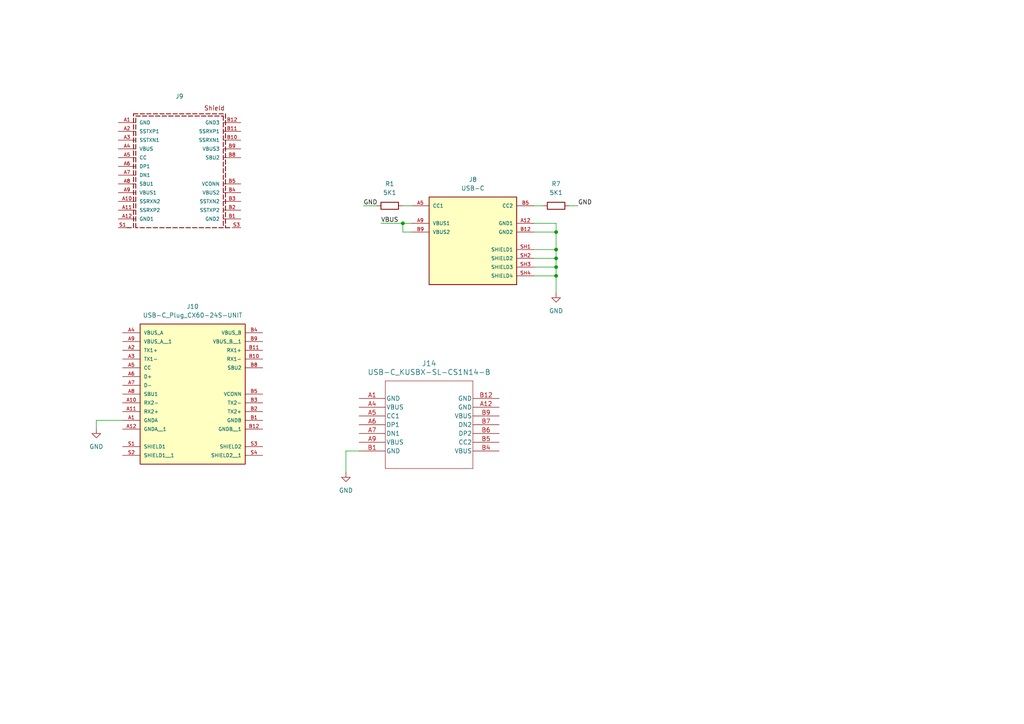
<source format=kicad_sch>
(kicad_sch (version 20231120) (generator "eeschema") (generator_version "8.0")
  (paper "A4")
  (title_block (title "ESP32 Sensor Node") (date "2024-07-03") (rev "v2.0"))
  (lib_symbols
    (symbol "Alexander Symbol Library:USB-C_KUSBX-SL-CS1N14-B" (pin_names (offset 0.254))
      (property "Reference" "J" (at 20.32 10.16 0))
      (property "Value" "USB-C_KUSBX-SL-CS1N14-B" (at 20.32 7.62 0))
      (symbol "USB-C_KUSBX-SL-CS1N14-B_0_1"
        (polyline (pts (xy 7.62 -20.32) (xy 33.02 -20.32)) (stroke (width 0.127)))
        (polyline (pts (xy 7.62 5.08) (xy 7.62 -20.32)) (stroke (width 0.127)))
        (polyline (pts (xy 33.02 -20.32) (xy 33.02 5.08)) (stroke (width 0.127)))
        (polyline (pts (xy 33.02 5.08) (xy 7.62 5.08)) (stroke (width 0.127)))
        (pin power_out line (at 0 0 0) (length 7.62) (name "GND") (number "A1"))
        (pin power_out line (at 40.64 -2.54 180) (length 7.62) (name "GND") (number "A12"))
        (pin power_in line (at 0 -2.54 0) (length 7.62) (name "VBUS") (number "A4"))
        (pin bidirectional line (at 0 -5.08 0) (length 7.62) (name "CC1") (number "A5"))
        (pin bidirectional line (at 0 -7.62 0) (length 7.62) (name "DP1") (number "A6"))
        (pin bidirectional line (at 0 -10.16 0) (length 7.62) (name "DN1") (number "A7"))
        (pin power_in line (at 0 -12.7 0) (length 7.62) (name "VBUS") (number "A9"))
        (pin power_out line (at 0 -15.24 0) (length 7.62) (name "GND") (number "B1"))
        (pin power_out line (at 40.64 0 180) (length 7.62) (name "GND") (number "B12"))
        (pin power_in line (at 40.64 -15.24 180) (length 7.62) (name "VBUS") (number "B4"))
        (pin bidirectional line (at 40.64 -12.7 180) (length 7.62) (name "CC2") (number "B5"))
        (pin bidirectional line (at 40.64 -10.16 180) (length 7.62) (name "DP2") (number "B6"))
        (pin bidirectional line (at 40.64 -7.62 180) (length 7.62) (name "DN2") (number "B7"))
        (pin power_in line (at 40.64 -5.08 180) (length 7.62) (name "VBUS") (number "B9"))
      )
    )
    (symbol "Alexander Symbol Library:USB-C_Plug_632712000011" (pin_names (offset 1.016))
      (property "Reference" "J" (at 0 16.51 0))
      (symbol "USB-C_Plug_632712000011_0_0"
        (polyline (pts (xy -15.24 -17.78) (xy -13.97 -17.78)) (stroke (width 0.254)))
        (polyline (pts (xy -13.335 -17.78) (xy -13.335 -17.78)) (stroke (width 0.254)))
        (polyline (pts (xy -13.335 -17.78) (xy -13.335 -16.4726)) (stroke (width 0.254)))
        (polyline (pts (xy -13.335 -15.875) (xy -13.335 -14.5676)) (stroke (width 0.254)))
        (polyline (pts (xy -13.335 -13.97) (xy -13.335 -12.6626)) (stroke (width 0.254)))
        (polyline (pts (xy -13.335 -12.065) (xy -13.335 -10.7576)) (stroke (width 0.254)))
        (polyline (pts (xy -13.335 -10.16) (xy -13.335 -8.8527)) (stroke (width 0.254)))
        (polyline (pts (xy -13.335 -8.255) (xy -13.335 -6.9477)) (stroke (width 0.254)))
        (polyline (pts (xy -13.335 -6.35) (xy -13.335 -5.0427)) (stroke (width 0.254)))
        (polyline (pts (xy -13.335 -4.445) (xy -13.335 -3.1377)) (stroke (width 0.254)))
        (polyline (pts (xy -13.335 -2.54) (xy -13.335 -1.2327)) (stroke (width 0.254)))
        (polyline (pts (xy -13.335 -0.635) (xy -13.335 0.6724)) (stroke (width 0.254)))
        (polyline (pts (xy -13.335 1.27) (xy -13.335 2.5774)) (stroke (width 0.254)))
        (polyline (pts (xy -13.335 3.175) (xy -13.335 4.4824)) (stroke (width 0.254)))
        (polyline (pts (xy -13.335 5.08) (xy -13.335 6.3874)) (stroke (width 0.254)))
        (polyline (pts (xy -13.335 6.985) (xy -13.335 8.2924)) (stroke (width 0.254)))
        (polyline (pts (xy -13.335 8.89) (xy -13.335 10.1974)) (stroke (width 0.254)))
        (polyline (pts (xy -13.335 10.795) (xy -13.335 12.1024)) (stroke (width 0.254)))
        (polyline (pts (xy -13.335 12.7) (xy -13.335 14.0074)) (stroke (width 0.254)))
        (polyline (pts (xy -13.335 14.605) (xy -13.335 15.24)) (stroke (width 0.254)))
        (polyline (pts (xy -13.335 15.24) (xy -12.065 15.24)) (stroke (width 0.254)))
        (polyline (pts (xy -12.7 -17.78) (xy -12.7 -16.51)) (stroke (width 0.254)))
        (polyline (pts (xy -12.7 -15.875) (xy -12.7 -14.605)) (stroke (width 0.254)))
        (polyline (pts (xy -12.7 -13.97) (xy -12.7 -12.7)) (stroke (width 0.254)))
        (polyline (pts (xy -12.7 -12.065) (xy -12.7 -10.795)) (stroke (width 0.254)))
        (polyline (pts (xy -12.7 -10.16) (xy -12.7 -8.89)) (stroke (width 0.254)))
        (polyline (pts (xy -12.7 -8.255) (xy -12.7 -6.985)) (stroke (width 0.254)))
        (polyline (pts (xy -12.7 -6.35) (xy -12.7 -5.08)) (stroke (width 0.254)))
        (polyline (pts (xy -12.7 -4.445) (xy -12.7 -3.175)) (stroke (width 0.254)))
        (polyline (pts (xy -12.7 -2.54) (xy -12.7 -1.27)) (stroke (width 0.254)))
        (polyline (pts (xy -12.7 -0.635) (xy -12.7 0.635)) (stroke (width 0.254)))
        (polyline (pts (xy -12.7 1.27) (xy -12.7 2.54)) (stroke (width 0.254)))
        (polyline (pts (xy -12.7 3.175) (xy -12.7 4.445)) (stroke (width 0.254)))
        (polyline (pts (xy -12.7 5.08) (xy -12.7 6.35)) (stroke (width 0.254)))
        (polyline (pts (xy -12.7 6.985) (xy -12.7 8.255)) (stroke (width 0.254)))
        (polyline (pts (xy -12.7 8.89) (xy -12.7 10.16)) (stroke (width 0.254)))
        (polyline (pts (xy -12.7 10.795) (xy -12.7 12.065)) (stroke (width 0.254)))
        (polyline (pts (xy -12.7 12.7) (xy -12.7 13.97)) (stroke (width 0.254)))
        (polyline (pts (xy -12.7 14.605) (xy -12.7 14.605)) (stroke (width 0.254)))
        (polyline (pts (xy -12.7 14.605) (xy -11.3812 14.605)) (stroke (width 0.254)))
        (polyline (pts (xy -12.065 -17.78) (xy -12.7 -17.78)) (stroke (width 0.254)))
        (polyline (pts (xy -11.43 15.24) (xy -10.16 15.24)) (stroke (width 0.254)))
        (polyline (pts (xy -10.795 14.605) (xy -9.4762 14.605)) (stroke (width 0.254)))
        (polyline (pts (xy -10.16 -17.78) (xy -11.4788 -17.78)) (stroke (width 0.254)))
        (polyline (pts (xy -9.525 15.24) (xy -8.255 15.24)) (stroke (width 0.254)))
        (polyline (pts (xy -8.89 14.605) (xy -7.5712 14.605)) (stroke (width 0.254)))
        (polyline (pts (xy -8.255 -17.78) (xy -9.5739 -17.78)) (stroke (width 0.254)))
        (polyline (pts (xy -7.62 15.24) (xy -6.35 15.24)) (stroke (width 0.254)))
        (polyline (pts (xy -6.985 14.605) (xy -5.6662 14.605)) (stroke (width 0.254)))
        (polyline (pts (xy -6.35 -17.78) (xy -7.6689 -17.78)) (stroke (width 0.254)))
        (polyline (pts (xy -5.715 15.24) (xy -4.445 15.24)) (stroke (width 0.254)))
        (polyline (pts (xy -5.08 14.605) (xy -3.7612 14.605)) (stroke (width 0.254)))
        (polyline (pts (xy -4.445 -17.78) (xy -5.7639 -17.78)) (stroke (width 0.254)))
        (polyline (pts (xy -3.81 15.24) (xy -2.54 15.24)) (stroke (width 0.254)))
        (polyline (pts (xy -3.175 14.605) (xy -1.8562 14.605)) (stroke (width 0.254)))
        (polyline (pts (xy -2.54 -17.78) (xy -3.8589 -17.78)) (stroke (width 0.254)))
        (polyline (pts (xy -1.905 15.24) (xy -0.635 15.24)) (stroke (width 0.254)))
        (polyline (pts (xy -1.27 14.605) (xy 0.0488 14.605)) (stroke (width 0.254)))
        (polyline (pts (xy -0.635 -17.78) (xy -1.9539 -17.78)) (stroke (width 0.254)))
        (polyline (pts (xy 0 15.24) (xy 1.27 15.24)) (stroke (width 0.254)))
        (polyline (pts (xy 0.635 14.605) (xy 1.9539 14.605)) (stroke (width 0.254)))
        (polyline (pts (xy 1.27 -17.78) (xy -0.0488 -17.78)) (stroke (width 0.254)))
        (polyline (pts (xy 1.905 15.24) (xy 3.175 15.24)) (stroke (width 0.254)))
        (polyline (pts (xy 2.54 14.605) (xy 3.8589 14.605)) (stroke (width 0.254)))
        (polyline (pts (xy 3.175 -17.78) (xy 1.8562 -17.78)) (stroke (width 0.254)))
        (polyline (pts (xy 3.81 15.24) (xy 5.08 15.24)) (stroke (width 0.254)))
        (polyline (pts (xy 4.445 14.605) (xy 5.7639 14.605)) (stroke (width 0.254)))
        (polyline (pts (xy 5.08 -17.78) (xy 3.7612 -17.78)) (stroke (width 0.254)))
        (polyline (pts (xy 5.715 15.24) (xy 6.985 15.24)) (stroke (width 0.254)))
        (polyline (pts (xy 6.35 14.605) (xy 7.6689 14.605)) (stroke (width 0.254)))
        (polyline (pts (xy 6.985 -17.78) (xy 5.6662 -17.78)) (stroke (width 0.254)))
        (polyline (pts (xy 7.62 15.24) (xy 8.89 15.24)) (stroke (width 0.254)))
        (polyline (pts (xy 8.255 14.605) (xy 9.5739 14.605)) (stroke (width 0.254)))
        (polyline (pts (xy 8.89 -17.78) (xy 7.5712 -17.78)) (stroke (width 0.254)))
        (polyline (pts (xy 9.525 15.24) (xy 10.795 15.24)) (stroke (width 0.254)))
        (polyline (pts (xy 10.16 14.605) (xy 11.4788 14.605)) (stroke (width 0.254)))
        (polyline (pts (xy 10.795 -17.78) (xy 9.4762 -17.78)) (stroke (width 0.254)))
        (polyline (pts (xy 11.43 15.24) (xy 12.7 15.24)) (stroke (width 0.254)))
        (polyline (pts (xy 12.065 14.605) (xy 12.7 14.605)) (stroke (width 0.254)))
        (polyline (pts (xy 12.7 -17.78) (xy 11.3812 -17.78)) (stroke (width 0.254)))
        (polyline (pts (xy 12.7 -17.78) (xy 12.7 -17.78)) (stroke (width 0.254)))
        (polyline (pts (xy 12.7 -15.875) (xy 12.7 -17.145)) (stroke (width 0.254)))
        (polyline (pts (xy 12.7 -13.97) (xy 12.7 -15.24)) (stroke (width 0.254)))
        (polyline (pts (xy 12.7 -12.065) (xy 12.7 -13.335)) (stroke (width 0.254)))
        (polyline (pts (xy 12.7 -10.16) (xy 12.7 -11.43)) (stroke (width 0.254)))
        (polyline (pts (xy 12.7 -8.255) (xy 12.7 -9.525)) (stroke (width 0.254)))
        (polyline (pts (xy 12.7 -6.35) (xy 12.7 -7.62)) (stroke (width 0.254)))
        (polyline (pts (xy 12.7 -4.445) (xy 12.7 -5.715)) (stroke (width 0.254)))
        (polyline (pts (xy 12.7 -2.54) (xy 12.7 -3.81)) (stroke (width 0.254)))
        (polyline (pts (xy 12.7 -0.635) (xy 12.7 -1.905)) (stroke (width 0.254)))
        (polyline (pts (xy 12.7 1.27) (xy 12.7 0)) (stroke (width 0.254)))
        (polyline (pts (xy 12.7 3.175) (xy 12.7 1.905)) (stroke (width 0.254)))
        (polyline (pts (xy 12.7 5.08) (xy 12.7 3.81)) (stroke (width 0.254)))
        (polyline (pts (xy 12.7 6.985) (xy 12.7 5.715)) (stroke (width 0.254)))
        (polyline (pts (xy 12.7 8.89) (xy 12.7 7.62)) (stroke (width 0.254)))
        (polyline (pts (xy 12.7 10.795) (xy 12.7 9.525)) (stroke (width 0.254)))
        (polyline (pts (xy 12.7 12.7) (xy 12.7 11.43)) (stroke (width 0.254)))
        (polyline (pts (xy 12.7 14.605) (xy 12.7 13.335)) (stroke (width 0.254)))
        (polyline (pts (xy 13.335 -17.78) (xy 14.605 -17.78)) (stroke (width 0.254)))
        (polyline (pts (xy 13.335 -17.145) (xy 13.335 -17.78)) (stroke (width 0.254)))
        (polyline (pts (xy 13.335 -15.24) (xy 13.335 -16.5474)) (stroke (width 0.254)))
        (polyline (pts (xy 13.335 -13.335) (xy 13.335 -14.6424)) (stroke (width 0.254)))
        (polyline (pts (xy 13.335 -11.43) (xy 13.335 -12.7374)) (stroke (width 0.254)))
        (polyline (pts (xy 13.335 -9.525) (xy 13.335 -10.8324)) (stroke (width 0.254)))
        (polyline (pts (xy 13.335 -7.62) (xy 13.335 -8.9274)) (stroke (width 0.254)))
        (polyline (pts (xy 13.335 -5.715) (xy 13.335 -7.0224)) (stroke (width 0.254)))
        (polyline (pts (xy 13.335 -3.81) (xy 13.335 -5.1174)) (stroke (width 0.254)))
        (polyline (pts (xy 13.335 -1.905) (xy 13.335 -3.2123)) (stroke (width 0.254)))
        (polyline (pts (xy 13.335 0) (xy 13.335 -1.3074)) (stroke (width 0.254)))
        (polyline (pts (xy 13.335 1.905) (xy 13.335 0.5976)) (stroke (width 0.254)))
        (polyline (pts (xy 13.335 3.81) (xy 13.335 2.5027)) (stroke (width 0.254)))
        (polyline (pts (xy 13.335 5.715) (xy 13.335 4.4077)) (stroke (width 0.254)))
        (polyline (pts (xy 13.335 7.62) (xy 13.335 6.3127)) (stroke (width 0.254)))
        (polyline (pts (xy 13.335 9.525) (xy 13.335 8.2177)) (stroke (width 0.254)))
        (polyline (pts (xy 13.335 11.43) (xy 13.335 10.1226)) (stroke (width 0.254)))
        (polyline (pts (xy 13.335 13.335) (xy 13.335 12.0276)) (stroke (width 0.254)))
        (polyline (pts (xy 13.335 15.24) (xy 13.335 13.9326)) (stroke (width 0.254)))
        (polyline (pts (xy 13.335 15.24) (xy 13.335 15.24)) (stroke (width 0.254)))
        (polyline (pts (xy 15.24 -17.78) (xy 15.24 -17.78)) (stroke (width 0.254)))
        (text "Shield" (at 7.1 16.16 0) (effects (font (size 1.27 1.27)) (justify left bottom)))
        (pin passive line (at -17.78 12.7 0) (length 5.08) (name "GND") (number "A1"))
        (pin passive line (at -17.78 -10.16 0) (length 5.08) (name "SSRXN2") (number "A10"))
        (pin passive line (at -17.78 -12.7 0) (length 5.08) (name "SSRXP2") (number "A11"))
        (pin passive line (at -17.78 -15.24 0) (length 5.08) (name "GND1") (number "A12"))
        (pin passive line (at -17.78 10.16 0) (length 5.08) (name "SSTXP1") (number "A2"))
        (pin passive line (at -17.78 7.62 0) (length 5.08) (name "SSTXN1") (number "A3"))
        (pin passive line (at -17.78 5.08 0) (length 5.08) (name "VBUS") (number "A4"))
        (pin passive line (at -17.78 2.54 0) (length 5.08) (name "CC") (number "A5"))
        (pin passive line (at -17.78 0 0) (length 5.08) (name "DP1") (number "A6"))
        (pin passive line (at -17.78 -2.54 0) (length 5.08) (name "DN1") (number "A7"))
        (pin passive line (at -17.78 -5.08 0) (length 5.08) (name "SBU1") (number "A8"))
        (pin passive line (at -17.78 -7.62 0) (length 5.08) (name "VBUS1") (number "A9"))
        (pin passive line (at 17.78 -15.24 180) (length 5.08) (name "GND2") (number "B1"))
        (pin passive line (at 17.78 7.62 180) (length 5.08) (name "SSRXN1") (number "B10"))
        (pin passive line (at 17.78 10.16 180) (length 5.08) (name "SSRXP1") (number "B11"))
        (pin passive line (at 17.78 12.7 180) (length 5.08) (name "GND3") (number "B12"))
        (pin passive line (at 17.78 -12.7 180) (length 5.08) (name "SSTXP2") (number "B2"))
        (pin passive line (at 17.78 -10.16 180) (length 5.08) (name "SSTXN2") (number "B3"))
        (pin passive line (at 17.78 -7.62 180) (length 5.08) (name "VBUS2") (number "B4"))
        (pin passive line (at 17.78 -5.08 180) (length 5.08) (name "VCONN") (number "B5"))
        (pin passive line (at 17.78 2.54 180) (length 5.08) (name "SBU2") (number "B8"))
        (pin passive line (at 17.78 5.08 180) (length 5.08) (name "VBUS3") (number "B9"))
        (pin passive line (at -17.78 -17.78 0) (length 2.54) (name "~") (number "S1"))
        (pin passive line (at 17.78 -17.78 180) (length 2.54) (name "~") (number "S3"))
      )
    )
    (symbol "Alexander Symbol Library:USB-C_Plug_CX60-24S-UNIT" (pin_names (offset 1.016))
      (property "Reference" "J" (at -15.24 16.51 0))
      (property "Value" "USB-C_Plug_CX60-24S-UNIT" (at -15.24 -26.67 0))
      (symbol "USB-C_Plug_CX60-24S-UNIT_0_0"
        (rectangle (start -15.24 -25.4) (end 15.24 15.24) (stroke (width 0.254)) (fill (type background)))
        (pin power_in line (at -20.32 -12.7 0) (length 5.08) (name "GNDA") (number "A1"))
        (pin bidirectional line (at -20.32 -7.62 0) (length 5.08) (name "RX2-") (number "A10"))
        (pin bidirectional line (at -20.32 -10.16 0) (length 5.08) (name "RX2+") (number "A11"))
        (pin power_in line (at -20.32 -15.24 0) (length 5.08) (name "GNDA__1") (number "A12"))
        (pin bidirectional line (at -20.32 7.62 0) (length 5.08) (name "TX1+") (number "A2"))
        (pin bidirectional line (at -20.32 5.08 0) (length 5.08) (name "TX1-") (number "A3"))
        (pin power_in line (at -20.32 12.7 0) (length 5.08) (name "VBUS_A") (number "A4"))
        (pin bidirectional line (at -20.32 2.54 0) (length 5.08) (name "CC") (number "A5"))
        (pin bidirectional line (at -20.32 0 0) (length 5.08) (name "D+") (number "A6"))
        (pin bidirectional line (at -20.32 -2.54 0) (length 5.08) (name "D-") (number "A7"))
        (pin bidirectional line (at -20.32 -5.08 0) (length 5.08) (name "SBU1") (number "A8"))
        (pin power_in line (at -20.32 10.16 0) (length 5.08) (name "VBUS_A__1") (number "A9"))
        (pin power_in line (at 20.32 -12.7 180) (length 5.08) (name "GNDB") (number "B1"))
        (pin bidirectional line (at 20.32 5.08 180) (length 5.08) (name "RX1-") (number "B10"))
        (pin bidirectional line (at 20.32 7.62 180) (length 5.08) (name "RX1+") (number "B11"))
        (pin power_in line (at 20.32 -15.24 180) (length 5.08) (name "GNDB__1") (number "B12"))
        (pin bidirectional line (at 20.32 -10.16 180) (length 5.08) (name "TX2+") (number "B2"))
        (pin bidirectional line (at 20.32 -7.62 180) (length 5.08) (name "TX2-") (number "B3"))
        (pin power_in line (at 20.32 12.7 180) (length 5.08) (name "VBUS_B") (number "B4"))
        (pin bidirectional line (at 20.32 -5.08 180) (length 5.08) (name "VCONN") (number "B5"))
        (pin bidirectional line (at 20.32 2.54 180) (length 5.08) (name "SBU2") (number "B8"))
        (pin power_in line (at 20.32 10.16 180) (length 5.08) (name "VBUS_B__1") (number "B9"))
        (pin passive line (at -20.32 -20.32 0) (length 5.08) (name "SHIELD1") (number "S1"))
        (pin passive line (at -20.32 -22.86 0) (length 5.08) (name "SHIELD1__1") (number "S2"))
        (pin passive line (at 20.32 -20.32 180) (length 5.08) (name "SHIELD2") (number "S3"))
        (pin passive line (at 20.32 -22.86 180) (length 5.08) (name "SHIELD2__1") (number "S4"))
      )
    )
    (symbol "Alexander_Library_Symbols:USB-C RCP USB2.0 6POS" (pin_names (offset 1.016))
      (property "Reference" "J" (at -12.7 13.2842 0))
      (property "Value" "USB-C" (at -12.7 -15.24 0))
      (symbol "USB-C RCP USB2.0 6POS_0_0"
        (rectangle (start -12.7 -12.7) (end 12.7 12.7) (stroke (width 0.254)) (fill (type background)))
        (pin power_in line (at 17.78 5.08 180) (length 5.08) (name "GND1") (number "A12"))
        (pin bidirectional line (at -17.78 10.16 0) (length 5.08) (name "CC1") (number "A5"))
        (pin power_in line (at -17.78 5.08 0) (length 5.08) (name "VBUS1") (number "A9"))
        (pin power_in line (at 17.78 2.54 180) (length 5.08) (name "GND2") (number "B12"))
        (pin bidirectional line (at 17.78 10.16 180) (length 5.08) (name "CC2") (number "B5"))
        (pin power_in line (at -17.78 2.54 0) (length 5.08) (name "VBUS2") (number "B9"))
        (pin passive line (at 17.78 -2.54 180) (length 5.08) (name "SHIELD1") (number "SH1"))
        (pin passive line (at 17.78 -5.08 180) (length 5.08) (name "SHIELD2") (number "SH2"))
        (pin passive line (at 17.78 -7.62 180) (length 5.08) (name "SHIELD3") (number "SH3"))
        (pin passive line (at 17.78 -10.16 180) (length 5.08) (name "SHIELD4") (number "SH4"))
      )
    )
    (symbol "Device:R" (pin_numbers hide) (pin_names (offset 0))
      (property "Reference" "R" (at 2.032 0 90))
      (property "Value" "R" (at 0 0 90))
      (symbol "R_0_1"
        (rectangle (start -1.016 -2.54) (end 1.016 2.54) (stroke (width 0.254)))
      )
      (symbol "R_1_1"
        (pin passive line (at 0 3.81 270) (length 1.27) (name "~") (number "1"))
        (pin passive line (at 0 -3.81 90) (length 1.27) (name "~") (number "2"))
      )
    )
    (symbol "GND_1" (power) (pin_numbers hide) (pin_names (offset 0) hide)
      (property "Value" "GND" (at 0 -3.81 0))
      (symbol "GND_1_0_1"
        (polyline (pts (xy 0 0) (xy 0 -1.27) (xy 1.27 -1.27) (xy 0 -2.54) (xy -1.27 -1.27) (xy 0 -1.27)))
      )
      (symbol "GND_1_1_1"
        (pin power_in line (at 0 0 270) (length 0) (name "~") (number "1"))
      )
    )
    (symbol "power:GND" (power) (pin_numbers hide) (pin_names (offset 0) hide)
      (property "Value" "GND" (at 0 -3.81 0))
      (symbol "GND_0_1"
        (polyline (pts (xy 0 0) (xy 0 -1.27) (xy 1.27 -1.27) (xy 0 -2.54) (xy -1.27 -1.27) (xy 0 -1.27)))
      )
      (symbol "GND_1_1"
        (pin power_in line (at 0 0 270) (length 0) (name "~") (number "1"))
      )
    )
  )
  (junction (at 161.29 74.93))
  (junction (at 161.29 80.01))
  (junction (at 161.29 77.47))
  (junction (at 161.29 67.31))
  (junction (at 161.29 72.39))
  (junction (at 116.84 64.77))
  (wire (pts (xy 116.84 67.31) (xy 116.84 64.77)))
  (wire (pts (xy 154.94 72.39) (xy 161.29 72.39)))
  (wire (pts (xy 116.84 59.69) (xy 119.38 59.69)))
  (wire (pts (xy 105.41 59.69) (xy 109.22 59.69)))
  (wire (pts (xy 161.29 67.31) (xy 161.29 72.39)))
  (wire (pts (xy 154.94 80.01) (xy 161.29 80.01)))
  (wire (pts (xy 154.94 67.31) (xy 161.29 67.31)))
  (wire (pts (xy 165.1 59.69) (xy 167.64 59.69)))
  (wire (pts (xy 110.49 64.77) (xy 116.84 64.77)))
  (wire (pts (xy 154.94 77.47) (xy 161.29 77.47)))
  (wire (pts (xy 161.29 64.77) (xy 161.29 67.31)))
  (wire (pts (xy 154.94 74.93) (xy 161.29 74.93)))
  (wire (pts (xy 161.29 74.93) (xy 161.29 77.47)))
  (wire (pts (xy 100.33 137.16) (xy 100.33 130.81)))
  (wire (pts (xy 116.84 64.77) (xy 119.38 64.77)))
  (wire (pts (xy 154.94 64.77) (xy 161.29 64.77)))
  (wire (pts (xy 27.94 121.92) (xy 35.56 121.92)))
  (wire (pts (xy 161.29 80.01) (xy 161.29 85.09)))
  (wire (pts (xy 27.94 124.46) (xy 27.94 121.92)))
  (wire (pts (xy 100.33 130.81) (xy 104.14 130.81)))
  (wire (pts (xy 161.29 72.39) (xy 161.29 74.93)))
  (wire (pts (xy 119.38 67.31) (xy 116.84 67.31)))
  (wire (pts (xy 154.94 59.69) (xy 157.48 59.69)))
  (wire (pts (xy 161.29 77.47) (xy 161.29 80.01)))
  (label "GND" (at 105.41 59.69 0))
  (label "VBUS" (at 110.49 64.77 0))
  (label "GND" (at 167.64 59.69 0))
  (symbol (lib_id "Alexander Symbol Library:USB-C_Plug_632712000011") (at 52.07 48.26 0) (unit 1) (on_board no)
    (property "Reference" "J9" (at 52.07 27.94 0))
    (property "Value" "632712000011" (effects (hide yes)))
    (property "Footprint" "Alexander Footprint Library:USB-C_632712000011" (effects (hide yes)))
    (property "INTERFACE-TYPE" "Type C" (effects (hide yes)))
    (property "DATASHEET-URL" "https://www.we-online.com/redexpert/spec/632712000011?ae" (effects (hide yes)))
    (property "WORKING-VOLTAGE" "20V(DC)" (effects (hide yes)))
    (property "TYPE" "Horizontal" (effects (hide yes)))
    (property "GERDER" "Plug" (effects (hide yes)))
  )
  (symbol (lib_name "GND_1") (lib_id "power:GND") (at 161.29 85.09 0) (unit 1)
    (property "Reference" "#PWR023" (effects (hide yes)))
    (property "Value" "GND" (at 161.29 90.17 0))
    (property "Description" "Power symbol creates a global label with name \"GND\" , ground" (effects (hide yes)))
  )
  (symbol (lib_id "power:GND") (at 100.33 137.16 0) (unit 1)
    (property "Reference" "#PWR024" (effects (hide yes)))
    (property "Value" "GND" (at 100.33 142.24 0))
    (property "Description" "Power symbol creates a global label with name \"GND\" , ground" (effects (hide yes)))
  )
  (symbol (lib_id "Device:R") (at 113.03 59.69 270) (unit 1)
    (property "Reference" "R1" (at 113.03 53.34 90))
    (property "Value" "5K1" (at 113.03 55.88 90))
    (property "Footprint" "Resistor_SMD:R_0805_2012Metric_Pad1.20x1.40mm_HandSolder" (effects (hide yes)))
    (property "Description" "Resistor" (effects (hide yes)))
  )
  (symbol (lib_id "Alexander_Library_Symbols:USB-C RCP USB2.0 6POS") (at 137.16 69.85 0) (unit 1)
    (property "Reference" "J8" (at 137.16 52.07 0))
    (property "Value" "USB-C" (at 137.16 54.61 0))
    (property "Footprint" "Alexander Footprint Library:2171750001_MOL" (effects (hide yes)))
    (property "PARTREV" "A1" (effects (hide yes)))
    (property "STANDARD" "Manufacturer Recommendations" (effects (hide yes)))
    (property "OPTION" "MOLEX_CONFIG" (effects (hide yes)))
    (property "MAXIMUM_PACKAGE_HEIGHT" "3.26mm" (effects (hide yes)))
    (property "MANUFACTURER" "Molex" (effects (hide yes)))
  )
  (symbol (lib_id "power:GND") (at 27.94 124.46 0) (unit 1)
    (property "Reference" "#PWR025" (effects (hide yes)))
    (property "Value" "GND" (at 27.94 129.54 0))
    (property "Description" "Power symbol creates a global label with name \"GND\" , ground" (effects (hide yes)))
  )
  (symbol (lib_id "Alexander Symbol Library:USB-C_KUSBX-SL-CS1N14-B") (at 104.14 115.57 0) (unit 1)
    (property "Reference" "J14" (at 124.46 105.41 0) (effects (font (size 1.524 1.524))))
    (property "Value" "USB-C_KUSBX-SL-CS1N14-B" (at 124.46 107.95 0) (effects (font (size 1.524 1.524))))
    (property "Footprint" "Alexander Footprint Library:USB-C_KUSBX-SL-CS1N14-B_KYC" (effects (hide yes)))
    (property "Datasheet" "KUSBX-SL-CS1N14-B" (effects (hide yes)))
  )
  (symbol (lib_id "Device:R") (at 161.29 59.69 270) (unit 1)
    (property "Reference" "R7" (at 161.29 53.34 90))
    (property "Value" "5K1" (at 161.29 55.88 90))
    (property "Footprint" "Resistor_SMD:R_0805_2012Metric_Pad1.20x1.40mm_HandSolder" (effects (hide yes)))
    (property "Description" "Resistor" (effects (hide yes)))
  )
  (symbol (lib_id "Alexander Symbol Library:USB-C_Plug_CX60-24S-UNIT") (at 55.88 109.22 0) (unit 1)
    (property "Reference" "J10" (at 55.88 88.9 0))
    (property "Value" "USB-C_Plug_CX60-24S-UNIT" (at 55.88 91.44 0))
    (property "Footprint" "Alexander Footprint Library:USB-C_Plug_HIROSE_CX60-24S-UNIT" (effects (hide yes)))
    (property "PARTREV" "5" (effects (hide yes)))
  )
)
</source>
